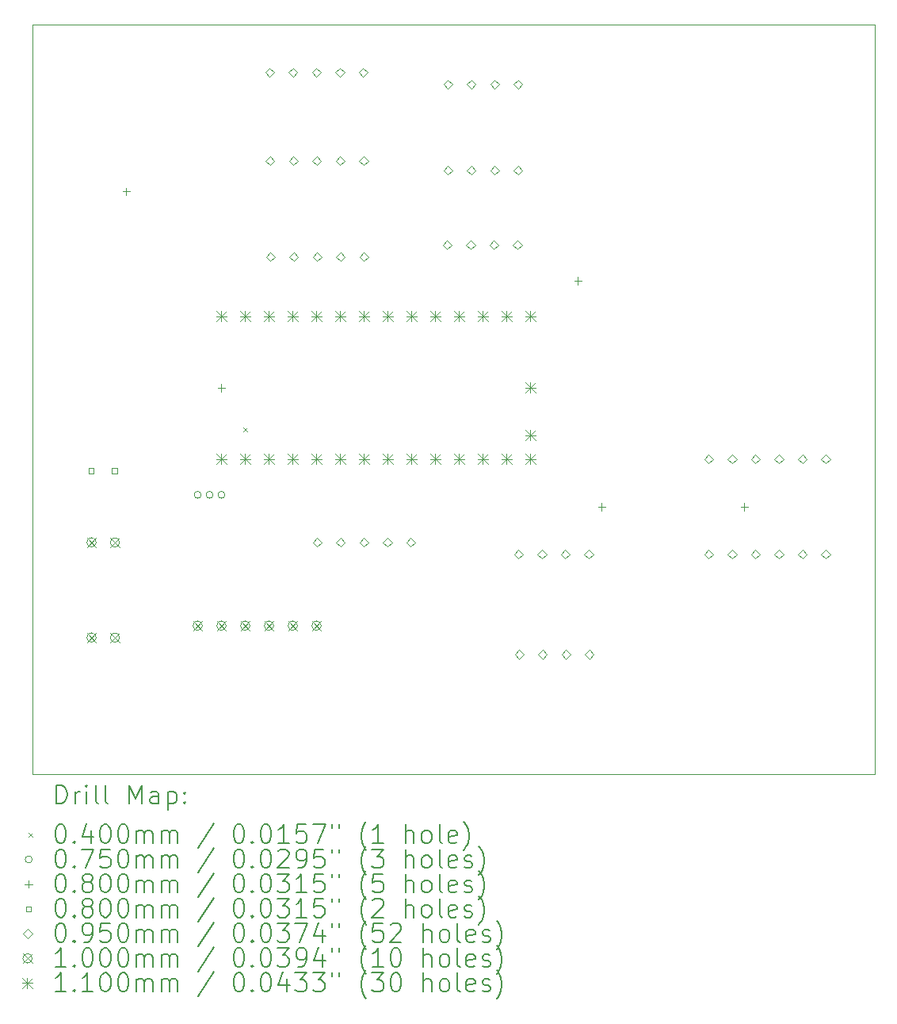
<source format=gbr>
%TF.GenerationSoftware,KiCad,Pcbnew,6.0.11-2627ca5db0~126~ubuntu20.04.1*%
%TF.CreationDate,2023-03-12T13:33:52+01:00*%
%TF.ProjectId,Bobbycar_wiring,426f6262-7963-4617-925f-776972696e67,rev?*%
%TF.SameCoordinates,Original*%
%TF.FileFunction,Drillmap*%
%TF.FilePolarity,Positive*%
%FSLAX45Y45*%
G04 Gerber Fmt 4.5, Leading zero omitted, Abs format (unit mm)*
G04 Created by KiCad (PCBNEW 6.0.11-2627ca5db0~126~ubuntu20.04.1) date 2023-03-12 13:33:52*
%MOMM*%
%LPD*%
G01*
G04 APERTURE LIST*
%ADD10C,0.100000*%
%ADD11C,0.200000*%
%ADD12C,0.040000*%
%ADD13C,0.075000*%
%ADD14C,0.080000*%
%ADD15C,0.095000*%
%ADD16C,0.110000*%
G04 APERTURE END LIST*
D10*
X7000000Y-4000000D02*
X16000000Y-4000000D01*
X16000000Y-4000000D02*
X16000000Y-12000000D01*
X16000000Y-12000000D02*
X7000000Y-12000000D01*
X7000000Y-12000000D02*
X7000000Y-4000000D01*
D11*
D12*
X9251000Y-8298500D02*
X9291000Y-8338500D01*
X9291000Y-8298500D02*
X9251000Y-8338500D01*
D13*
X8800500Y-9017000D02*
G75*
G03*
X8800500Y-9017000I-37500J0D01*
G01*
X8927500Y-9017000D02*
G75*
G03*
X8927500Y-9017000I-37500J0D01*
G01*
X9054500Y-9017000D02*
G75*
G03*
X9054500Y-9017000I-37500J0D01*
G01*
D14*
X8001000Y-5738500D02*
X8001000Y-5818500D01*
X7961000Y-5778500D02*
X8041000Y-5778500D01*
X9017000Y-7834000D02*
X9017000Y-7914000D01*
X8977000Y-7874000D02*
X9057000Y-7874000D01*
X12827000Y-6691000D02*
X12827000Y-6771000D01*
X12787000Y-6731000D02*
X12867000Y-6731000D01*
X13081000Y-9104000D02*
X13081000Y-9184000D01*
X13041000Y-9144000D02*
X13121000Y-9144000D01*
X14605000Y-9104000D02*
X14605000Y-9184000D01*
X14565000Y-9144000D02*
X14645000Y-9144000D01*
X7652284Y-8791285D02*
X7652284Y-8734716D01*
X7595715Y-8734716D01*
X7595715Y-8791285D01*
X7652284Y-8791285D01*
X7902284Y-8791285D02*
X7902284Y-8734716D01*
X7845715Y-8734716D01*
X7845715Y-8791285D01*
X7902284Y-8791285D01*
D15*
X9533000Y-4556300D02*
X9580500Y-4508800D01*
X9533000Y-4461300D01*
X9485500Y-4508800D01*
X9533000Y-4556300D01*
X9537000Y-5497800D02*
X9584500Y-5450300D01*
X9537000Y-5402800D01*
X9489500Y-5450300D01*
X9537000Y-5497800D01*
X9541000Y-6524500D02*
X9588500Y-6477000D01*
X9541000Y-6429500D01*
X9493500Y-6477000D01*
X9541000Y-6524500D01*
X9783000Y-4556300D02*
X9830500Y-4508800D01*
X9783000Y-4461300D01*
X9735500Y-4508800D01*
X9783000Y-4556300D01*
X9787000Y-5497800D02*
X9834500Y-5450300D01*
X9787000Y-5402800D01*
X9739500Y-5450300D01*
X9787000Y-5497800D01*
X9791000Y-6524500D02*
X9838500Y-6477000D01*
X9791000Y-6429500D01*
X9743500Y-6477000D01*
X9791000Y-6524500D01*
X10033000Y-4556300D02*
X10080500Y-4508800D01*
X10033000Y-4461300D01*
X9985500Y-4508800D01*
X10033000Y-4556300D01*
X10037000Y-5497800D02*
X10084500Y-5450300D01*
X10037000Y-5402800D01*
X9989500Y-5450300D01*
X10037000Y-5497800D01*
X10041000Y-6524500D02*
X10088500Y-6477000D01*
X10041000Y-6429500D01*
X9993500Y-6477000D01*
X10041000Y-6524500D01*
X10041000Y-9572500D02*
X10088500Y-9525000D01*
X10041000Y-9477500D01*
X9993500Y-9525000D01*
X10041000Y-9572500D01*
X10283000Y-4556300D02*
X10330500Y-4508800D01*
X10283000Y-4461300D01*
X10235500Y-4508800D01*
X10283000Y-4556300D01*
X10287000Y-5497800D02*
X10334500Y-5450300D01*
X10287000Y-5402800D01*
X10239500Y-5450300D01*
X10287000Y-5497800D01*
X10291000Y-6524500D02*
X10338500Y-6477000D01*
X10291000Y-6429500D01*
X10243500Y-6477000D01*
X10291000Y-6524500D01*
X10291000Y-9572500D02*
X10338500Y-9525000D01*
X10291000Y-9477500D01*
X10243500Y-9525000D01*
X10291000Y-9572500D01*
X10533000Y-4556300D02*
X10580500Y-4508800D01*
X10533000Y-4461300D01*
X10485500Y-4508800D01*
X10533000Y-4556300D01*
X10537000Y-5497800D02*
X10584500Y-5450300D01*
X10537000Y-5402800D01*
X10489500Y-5450300D01*
X10537000Y-5497800D01*
X10541000Y-6524500D02*
X10588500Y-6477000D01*
X10541000Y-6429500D01*
X10493500Y-6477000D01*
X10541000Y-6524500D01*
X10541000Y-9572500D02*
X10588500Y-9525000D01*
X10541000Y-9477500D01*
X10493500Y-9525000D01*
X10541000Y-9572500D01*
X10791000Y-9572500D02*
X10838500Y-9525000D01*
X10791000Y-9477500D01*
X10743500Y-9525000D01*
X10791000Y-9572500D01*
X11041000Y-9572500D02*
X11088500Y-9525000D01*
X11041000Y-9477500D01*
X10993500Y-9525000D01*
X11041000Y-9572500D01*
X11430000Y-6397500D02*
X11477500Y-6350000D01*
X11430000Y-6302500D01*
X11382500Y-6350000D01*
X11430000Y-6397500D01*
X11436000Y-4683000D02*
X11483500Y-4635500D01*
X11436000Y-4588000D01*
X11388500Y-4635500D01*
X11436000Y-4683000D01*
X11436000Y-5601100D02*
X11483500Y-5553600D01*
X11436000Y-5506100D01*
X11388500Y-5553600D01*
X11436000Y-5601100D01*
X11680000Y-6397500D02*
X11727500Y-6350000D01*
X11680000Y-6302500D01*
X11632500Y-6350000D01*
X11680000Y-6397500D01*
X11686000Y-4683000D02*
X11733500Y-4635500D01*
X11686000Y-4588000D01*
X11638500Y-4635500D01*
X11686000Y-4683000D01*
X11686000Y-5601100D02*
X11733500Y-5553600D01*
X11686000Y-5506100D01*
X11638500Y-5553600D01*
X11686000Y-5601100D01*
X11930000Y-6397500D02*
X11977500Y-6350000D01*
X11930000Y-6302500D01*
X11882500Y-6350000D01*
X11930000Y-6397500D01*
X11936000Y-4683000D02*
X11983500Y-4635500D01*
X11936000Y-4588000D01*
X11888500Y-4635500D01*
X11936000Y-4683000D01*
X11936000Y-5601100D02*
X11983500Y-5553600D01*
X11936000Y-5506100D01*
X11888500Y-5553600D01*
X11936000Y-5601100D01*
X12180000Y-6397500D02*
X12227500Y-6350000D01*
X12180000Y-6302500D01*
X12132500Y-6350000D01*
X12180000Y-6397500D01*
X12186000Y-4683000D02*
X12233500Y-4635500D01*
X12186000Y-4588000D01*
X12138500Y-4635500D01*
X12186000Y-4683000D01*
X12186000Y-5601100D02*
X12233500Y-5553600D01*
X12186000Y-5506100D01*
X12138500Y-5553600D01*
X12186000Y-5601100D01*
X12192000Y-9699500D02*
X12239500Y-9652000D01*
X12192000Y-9604500D01*
X12144500Y-9652000D01*
X12192000Y-9699500D01*
X12198000Y-10768000D02*
X12245500Y-10720500D01*
X12198000Y-10673000D01*
X12150500Y-10720500D01*
X12198000Y-10768000D01*
X12442000Y-9699500D02*
X12489500Y-9652000D01*
X12442000Y-9604500D01*
X12394500Y-9652000D01*
X12442000Y-9699500D01*
X12448000Y-10768000D02*
X12495500Y-10720500D01*
X12448000Y-10673000D01*
X12400500Y-10720500D01*
X12448000Y-10768000D01*
X12692000Y-9699500D02*
X12739500Y-9652000D01*
X12692000Y-9604500D01*
X12644500Y-9652000D01*
X12692000Y-9699500D01*
X12698000Y-10768000D02*
X12745500Y-10720500D01*
X12698000Y-10673000D01*
X12650500Y-10720500D01*
X12698000Y-10768000D01*
X12942000Y-9699500D02*
X12989500Y-9652000D01*
X12942000Y-9604500D01*
X12894500Y-9652000D01*
X12942000Y-9699500D01*
X12948000Y-10768000D02*
X12995500Y-10720500D01*
X12948000Y-10673000D01*
X12900500Y-10720500D01*
X12948000Y-10768000D01*
X14224000Y-8683500D02*
X14271500Y-8636000D01*
X14224000Y-8588500D01*
X14176500Y-8636000D01*
X14224000Y-8683500D01*
X14224000Y-9699500D02*
X14271500Y-9652000D01*
X14224000Y-9604500D01*
X14176500Y-9652000D01*
X14224000Y-9699500D01*
X14474000Y-8683500D02*
X14521500Y-8636000D01*
X14474000Y-8588500D01*
X14426500Y-8636000D01*
X14474000Y-8683500D01*
X14474000Y-9699500D02*
X14521500Y-9652000D01*
X14474000Y-9604500D01*
X14426500Y-9652000D01*
X14474000Y-9699500D01*
X14724000Y-8683500D02*
X14771500Y-8636000D01*
X14724000Y-8588500D01*
X14676500Y-8636000D01*
X14724000Y-8683500D01*
X14724000Y-9699500D02*
X14771500Y-9652000D01*
X14724000Y-9604500D01*
X14676500Y-9652000D01*
X14724000Y-9699500D01*
X14974000Y-8683500D02*
X15021500Y-8636000D01*
X14974000Y-8588500D01*
X14926500Y-8636000D01*
X14974000Y-8683500D01*
X14974000Y-9699500D02*
X15021500Y-9652000D01*
X14974000Y-9604500D01*
X14926500Y-9652000D01*
X14974000Y-9699500D01*
X15224000Y-8683500D02*
X15271500Y-8636000D01*
X15224000Y-8588500D01*
X15176500Y-8636000D01*
X15224000Y-8683500D01*
X15224000Y-9699500D02*
X15271500Y-9652000D01*
X15224000Y-9604500D01*
X15176500Y-9652000D01*
X15224000Y-9699500D01*
X15474000Y-8683500D02*
X15521500Y-8636000D01*
X15474000Y-8588500D01*
X15426500Y-8636000D01*
X15474000Y-8683500D01*
X15474000Y-9699500D02*
X15521500Y-9652000D01*
X15474000Y-9604500D01*
X15426500Y-9652000D01*
X15474000Y-9699500D01*
D10*
X7579000Y-9475000D02*
X7679000Y-9575000D01*
X7679000Y-9475000D02*
X7579000Y-9575000D01*
X7679000Y-9525000D02*
G75*
G03*
X7679000Y-9525000I-50000J0D01*
G01*
X7579000Y-10491000D02*
X7679000Y-10591000D01*
X7679000Y-10491000D02*
X7579000Y-10591000D01*
X7679000Y-10541000D02*
G75*
G03*
X7679000Y-10541000I-50000J0D01*
G01*
X7829000Y-9475000D02*
X7929000Y-9575000D01*
X7929000Y-9475000D02*
X7829000Y-9575000D01*
X7929000Y-9525000D02*
G75*
G03*
X7929000Y-9525000I-50000J0D01*
G01*
X7829000Y-10491000D02*
X7929000Y-10591000D01*
X7929000Y-10491000D02*
X7829000Y-10591000D01*
X7929000Y-10541000D02*
G75*
G03*
X7929000Y-10541000I-50000J0D01*
G01*
X8713000Y-10364000D02*
X8813000Y-10464000D01*
X8813000Y-10364000D02*
X8713000Y-10464000D01*
X8813000Y-10414000D02*
G75*
G03*
X8813000Y-10414000I-50000J0D01*
G01*
X8967000Y-10364000D02*
X9067000Y-10464000D01*
X9067000Y-10364000D02*
X8967000Y-10464000D01*
X9067000Y-10414000D02*
G75*
G03*
X9067000Y-10414000I-50000J0D01*
G01*
X9221000Y-10364000D02*
X9321000Y-10464000D01*
X9321000Y-10364000D02*
X9221000Y-10464000D01*
X9321000Y-10414000D02*
G75*
G03*
X9321000Y-10414000I-50000J0D01*
G01*
X9475000Y-10364000D02*
X9575000Y-10464000D01*
X9575000Y-10364000D02*
X9475000Y-10464000D01*
X9575000Y-10414000D02*
G75*
G03*
X9575000Y-10414000I-50000J0D01*
G01*
X9729000Y-10364000D02*
X9829000Y-10464000D01*
X9829000Y-10364000D02*
X9729000Y-10464000D01*
X9829000Y-10414000D02*
G75*
G03*
X9829000Y-10414000I-50000J0D01*
G01*
X9983000Y-10364000D02*
X10083000Y-10464000D01*
X10083000Y-10364000D02*
X9983000Y-10464000D01*
X10083000Y-10414000D02*
G75*
G03*
X10083000Y-10414000I-50000J0D01*
G01*
D16*
X8962000Y-7057000D02*
X9072000Y-7167000D01*
X9072000Y-7057000D02*
X8962000Y-7167000D01*
X9017000Y-7057000D02*
X9017000Y-7167000D01*
X8962000Y-7112000D02*
X9072000Y-7112000D01*
X8962000Y-8581000D02*
X9072000Y-8691000D01*
X9072000Y-8581000D02*
X8962000Y-8691000D01*
X9017000Y-8581000D02*
X9017000Y-8691000D01*
X8962000Y-8636000D02*
X9072000Y-8636000D01*
X9216000Y-7057000D02*
X9326000Y-7167000D01*
X9326000Y-7057000D02*
X9216000Y-7167000D01*
X9271000Y-7057000D02*
X9271000Y-7167000D01*
X9216000Y-7112000D02*
X9326000Y-7112000D01*
X9216000Y-8581000D02*
X9326000Y-8691000D01*
X9326000Y-8581000D02*
X9216000Y-8691000D01*
X9271000Y-8581000D02*
X9271000Y-8691000D01*
X9216000Y-8636000D02*
X9326000Y-8636000D01*
X9470000Y-7057000D02*
X9580000Y-7167000D01*
X9580000Y-7057000D02*
X9470000Y-7167000D01*
X9525000Y-7057000D02*
X9525000Y-7167000D01*
X9470000Y-7112000D02*
X9580000Y-7112000D01*
X9470000Y-8581000D02*
X9580000Y-8691000D01*
X9580000Y-8581000D02*
X9470000Y-8691000D01*
X9525000Y-8581000D02*
X9525000Y-8691000D01*
X9470000Y-8636000D02*
X9580000Y-8636000D01*
X9724000Y-7057000D02*
X9834000Y-7167000D01*
X9834000Y-7057000D02*
X9724000Y-7167000D01*
X9779000Y-7057000D02*
X9779000Y-7167000D01*
X9724000Y-7112000D02*
X9834000Y-7112000D01*
X9724000Y-8581000D02*
X9834000Y-8691000D01*
X9834000Y-8581000D02*
X9724000Y-8691000D01*
X9779000Y-8581000D02*
X9779000Y-8691000D01*
X9724000Y-8636000D02*
X9834000Y-8636000D01*
X9978000Y-7057000D02*
X10088000Y-7167000D01*
X10088000Y-7057000D02*
X9978000Y-7167000D01*
X10033000Y-7057000D02*
X10033000Y-7167000D01*
X9978000Y-7112000D02*
X10088000Y-7112000D01*
X9978000Y-8581000D02*
X10088000Y-8691000D01*
X10088000Y-8581000D02*
X9978000Y-8691000D01*
X10033000Y-8581000D02*
X10033000Y-8691000D01*
X9978000Y-8636000D02*
X10088000Y-8636000D01*
X10232000Y-7057000D02*
X10342000Y-7167000D01*
X10342000Y-7057000D02*
X10232000Y-7167000D01*
X10287000Y-7057000D02*
X10287000Y-7167000D01*
X10232000Y-7112000D02*
X10342000Y-7112000D01*
X10232000Y-8581000D02*
X10342000Y-8691000D01*
X10342000Y-8581000D02*
X10232000Y-8691000D01*
X10287000Y-8581000D02*
X10287000Y-8691000D01*
X10232000Y-8636000D02*
X10342000Y-8636000D01*
X10486000Y-7057000D02*
X10596000Y-7167000D01*
X10596000Y-7057000D02*
X10486000Y-7167000D01*
X10541000Y-7057000D02*
X10541000Y-7167000D01*
X10486000Y-7112000D02*
X10596000Y-7112000D01*
X10486000Y-8581000D02*
X10596000Y-8691000D01*
X10596000Y-8581000D02*
X10486000Y-8691000D01*
X10541000Y-8581000D02*
X10541000Y-8691000D01*
X10486000Y-8636000D02*
X10596000Y-8636000D01*
X10740000Y-7057000D02*
X10850000Y-7167000D01*
X10850000Y-7057000D02*
X10740000Y-7167000D01*
X10795000Y-7057000D02*
X10795000Y-7167000D01*
X10740000Y-7112000D02*
X10850000Y-7112000D01*
X10740000Y-8581000D02*
X10850000Y-8691000D01*
X10850000Y-8581000D02*
X10740000Y-8691000D01*
X10795000Y-8581000D02*
X10795000Y-8691000D01*
X10740000Y-8636000D02*
X10850000Y-8636000D01*
X10994000Y-7057000D02*
X11104000Y-7167000D01*
X11104000Y-7057000D02*
X10994000Y-7167000D01*
X11049000Y-7057000D02*
X11049000Y-7167000D01*
X10994000Y-7112000D02*
X11104000Y-7112000D01*
X10994000Y-8581000D02*
X11104000Y-8691000D01*
X11104000Y-8581000D02*
X10994000Y-8691000D01*
X11049000Y-8581000D02*
X11049000Y-8691000D01*
X10994000Y-8636000D02*
X11104000Y-8636000D01*
X11248000Y-7057000D02*
X11358000Y-7167000D01*
X11358000Y-7057000D02*
X11248000Y-7167000D01*
X11303000Y-7057000D02*
X11303000Y-7167000D01*
X11248000Y-7112000D02*
X11358000Y-7112000D01*
X11248000Y-8581000D02*
X11358000Y-8691000D01*
X11358000Y-8581000D02*
X11248000Y-8691000D01*
X11303000Y-8581000D02*
X11303000Y-8691000D01*
X11248000Y-8636000D02*
X11358000Y-8636000D01*
X11502000Y-7057000D02*
X11612000Y-7167000D01*
X11612000Y-7057000D02*
X11502000Y-7167000D01*
X11557000Y-7057000D02*
X11557000Y-7167000D01*
X11502000Y-7112000D02*
X11612000Y-7112000D01*
X11502000Y-8581000D02*
X11612000Y-8691000D01*
X11612000Y-8581000D02*
X11502000Y-8691000D01*
X11557000Y-8581000D02*
X11557000Y-8691000D01*
X11502000Y-8636000D02*
X11612000Y-8636000D01*
X11756000Y-7057000D02*
X11866000Y-7167000D01*
X11866000Y-7057000D02*
X11756000Y-7167000D01*
X11811000Y-7057000D02*
X11811000Y-7167000D01*
X11756000Y-7112000D02*
X11866000Y-7112000D01*
X11756000Y-8581000D02*
X11866000Y-8691000D01*
X11866000Y-8581000D02*
X11756000Y-8691000D01*
X11811000Y-8581000D02*
X11811000Y-8691000D01*
X11756000Y-8636000D02*
X11866000Y-8636000D01*
X12010000Y-7057000D02*
X12120000Y-7167000D01*
X12120000Y-7057000D02*
X12010000Y-7167000D01*
X12065000Y-7057000D02*
X12065000Y-7167000D01*
X12010000Y-7112000D02*
X12120000Y-7112000D01*
X12010000Y-8581000D02*
X12120000Y-8691000D01*
X12120000Y-8581000D02*
X12010000Y-8691000D01*
X12065000Y-8581000D02*
X12065000Y-8691000D01*
X12010000Y-8636000D02*
X12120000Y-8636000D01*
X12264000Y-7057000D02*
X12374000Y-7167000D01*
X12374000Y-7057000D02*
X12264000Y-7167000D01*
X12319000Y-7057000D02*
X12319000Y-7167000D01*
X12264000Y-7112000D02*
X12374000Y-7112000D01*
X12264000Y-7819000D02*
X12374000Y-7929000D01*
X12374000Y-7819000D02*
X12264000Y-7929000D01*
X12319000Y-7819000D02*
X12319000Y-7929000D01*
X12264000Y-7874000D02*
X12374000Y-7874000D01*
X12264000Y-8327000D02*
X12374000Y-8437000D01*
X12374000Y-8327000D02*
X12264000Y-8437000D01*
X12319000Y-8327000D02*
X12319000Y-8437000D01*
X12264000Y-8382000D02*
X12374000Y-8382000D01*
X12264000Y-8581000D02*
X12374000Y-8691000D01*
X12374000Y-8581000D02*
X12264000Y-8691000D01*
X12319000Y-8581000D02*
X12319000Y-8691000D01*
X12264000Y-8636000D02*
X12374000Y-8636000D01*
D11*
X7252619Y-12315476D02*
X7252619Y-12115476D01*
X7300238Y-12115476D01*
X7328809Y-12125000D01*
X7347857Y-12144048D01*
X7357381Y-12163095D01*
X7366905Y-12201190D01*
X7366905Y-12229762D01*
X7357381Y-12267857D01*
X7347857Y-12286905D01*
X7328809Y-12305952D01*
X7300238Y-12315476D01*
X7252619Y-12315476D01*
X7452619Y-12315476D02*
X7452619Y-12182143D01*
X7452619Y-12220238D02*
X7462143Y-12201190D01*
X7471667Y-12191667D01*
X7490714Y-12182143D01*
X7509762Y-12182143D01*
X7576428Y-12315476D02*
X7576428Y-12182143D01*
X7576428Y-12115476D02*
X7566905Y-12125000D01*
X7576428Y-12134524D01*
X7585952Y-12125000D01*
X7576428Y-12115476D01*
X7576428Y-12134524D01*
X7700238Y-12315476D02*
X7681190Y-12305952D01*
X7671667Y-12286905D01*
X7671667Y-12115476D01*
X7805000Y-12315476D02*
X7785952Y-12305952D01*
X7776428Y-12286905D01*
X7776428Y-12115476D01*
X8033571Y-12315476D02*
X8033571Y-12115476D01*
X8100238Y-12258333D01*
X8166905Y-12115476D01*
X8166905Y-12315476D01*
X8347857Y-12315476D02*
X8347857Y-12210714D01*
X8338333Y-12191667D01*
X8319286Y-12182143D01*
X8281190Y-12182143D01*
X8262143Y-12191667D01*
X8347857Y-12305952D02*
X8328809Y-12315476D01*
X8281190Y-12315476D01*
X8262143Y-12305952D01*
X8252619Y-12286905D01*
X8252619Y-12267857D01*
X8262143Y-12248809D01*
X8281190Y-12239286D01*
X8328809Y-12239286D01*
X8347857Y-12229762D01*
X8443095Y-12182143D02*
X8443095Y-12382143D01*
X8443095Y-12191667D02*
X8462143Y-12182143D01*
X8500238Y-12182143D01*
X8519286Y-12191667D01*
X8528810Y-12201190D01*
X8538333Y-12220238D01*
X8538333Y-12277381D01*
X8528810Y-12296428D01*
X8519286Y-12305952D01*
X8500238Y-12315476D01*
X8462143Y-12315476D01*
X8443095Y-12305952D01*
X8624048Y-12296428D02*
X8633571Y-12305952D01*
X8624048Y-12315476D01*
X8614524Y-12305952D01*
X8624048Y-12296428D01*
X8624048Y-12315476D01*
X8624048Y-12191667D02*
X8633571Y-12201190D01*
X8624048Y-12210714D01*
X8614524Y-12201190D01*
X8624048Y-12191667D01*
X8624048Y-12210714D01*
D12*
X6955000Y-12625000D02*
X6995000Y-12665000D01*
X6995000Y-12625000D02*
X6955000Y-12665000D01*
D11*
X7290714Y-12535476D02*
X7309762Y-12535476D01*
X7328809Y-12545000D01*
X7338333Y-12554524D01*
X7347857Y-12573571D01*
X7357381Y-12611667D01*
X7357381Y-12659286D01*
X7347857Y-12697381D01*
X7338333Y-12716428D01*
X7328809Y-12725952D01*
X7309762Y-12735476D01*
X7290714Y-12735476D01*
X7271667Y-12725952D01*
X7262143Y-12716428D01*
X7252619Y-12697381D01*
X7243095Y-12659286D01*
X7243095Y-12611667D01*
X7252619Y-12573571D01*
X7262143Y-12554524D01*
X7271667Y-12545000D01*
X7290714Y-12535476D01*
X7443095Y-12716428D02*
X7452619Y-12725952D01*
X7443095Y-12735476D01*
X7433571Y-12725952D01*
X7443095Y-12716428D01*
X7443095Y-12735476D01*
X7624048Y-12602143D02*
X7624048Y-12735476D01*
X7576428Y-12525952D02*
X7528809Y-12668809D01*
X7652619Y-12668809D01*
X7766905Y-12535476D02*
X7785952Y-12535476D01*
X7805000Y-12545000D01*
X7814524Y-12554524D01*
X7824048Y-12573571D01*
X7833571Y-12611667D01*
X7833571Y-12659286D01*
X7824048Y-12697381D01*
X7814524Y-12716428D01*
X7805000Y-12725952D01*
X7785952Y-12735476D01*
X7766905Y-12735476D01*
X7747857Y-12725952D01*
X7738333Y-12716428D01*
X7728809Y-12697381D01*
X7719286Y-12659286D01*
X7719286Y-12611667D01*
X7728809Y-12573571D01*
X7738333Y-12554524D01*
X7747857Y-12545000D01*
X7766905Y-12535476D01*
X7957381Y-12535476D02*
X7976428Y-12535476D01*
X7995476Y-12545000D01*
X8005000Y-12554524D01*
X8014524Y-12573571D01*
X8024048Y-12611667D01*
X8024048Y-12659286D01*
X8014524Y-12697381D01*
X8005000Y-12716428D01*
X7995476Y-12725952D01*
X7976428Y-12735476D01*
X7957381Y-12735476D01*
X7938333Y-12725952D01*
X7928809Y-12716428D01*
X7919286Y-12697381D01*
X7909762Y-12659286D01*
X7909762Y-12611667D01*
X7919286Y-12573571D01*
X7928809Y-12554524D01*
X7938333Y-12545000D01*
X7957381Y-12535476D01*
X8109762Y-12735476D02*
X8109762Y-12602143D01*
X8109762Y-12621190D02*
X8119286Y-12611667D01*
X8138333Y-12602143D01*
X8166905Y-12602143D01*
X8185952Y-12611667D01*
X8195476Y-12630714D01*
X8195476Y-12735476D01*
X8195476Y-12630714D02*
X8205000Y-12611667D01*
X8224048Y-12602143D01*
X8252619Y-12602143D01*
X8271667Y-12611667D01*
X8281190Y-12630714D01*
X8281190Y-12735476D01*
X8376428Y-12735476D02*
X8376428Y-12602143D01*
X8376428Y-12621190D02*
X8385952Y-12611667D01*
X8405000Y-12602143D01*
X8433571Y-12602143D01*
X8452619Y-12611667D01*
X8462143Y-12630714D01*
X8462143Y-12735476D01*
X8462143Y-12630714D02*
X8471667Y-12611667D01*
X8490714Y-12602143D01*
X8519286Y-12602143D01*
X8538333Y-12611667D01*
X8547857Y-12630714D01*
X8547857Y-12735476D01*
X8938333Y-12525952D02*
X8766905Y-12783095D01*
X9195476Y-12535476D02*
X9214524Y-12535476D01*
X9233571Y-12545000D01*
X9243095Y-12554524D01*
X9252619Y-12573571D01*
X9262143Y-12611667D01*
X9262143Y-12659286D01*
X9252619Y-12697381D01*
X9243095Y-12716428D01*
X9233571Y-12725952D01*
X9214524Y-12735476D01*
X9195476Y-12735476D01*
X9176429Y-12725952D01*
X9166905Y-12716428D01*
X9157381Y-12697381D01*
X9147857Y-12659286D01*
X9147857Y-12611667D01*
X9157381Y-12573571D01*
X9166905Y-12554524D01*
X9176429Y-12545000D01*
X9195476Y-12535476D01*
X9347857Y-12716428D02*
X9357381Y-12725952D01*
X9347857Y-12735476D01*
X9338333Y-12725952D01*
X9347857Y-12716428D01*
X9347857Y-12735476D01*
X9481190Y-12535476D02*
X9500238Y-12535476D01*
X9519286Y-12545000D01*
X9528810Y-12554524D01*
X9538333Y-12573571D01*
X9547857Y-12611667D01*
X9547857Y-12659286D01*
X9538333Y-12697381D01*
X9528810Y-12716428D01*
X9519286Y-12725952D01*
X9500238Y-12735476D01*
X9481190Y-12735476D01*
X9462143Y-12725952D01*
X9452619Y-12716428D01*
X9443095Y-12697381D01*
X9433571Y-12659286D01*
X9433571Y-12611667D01*
X9443095Y-12573571D01*
X9452619Y-12554524D01*
X9462143Y-12545000D01*
X9481190Y-12535476D01*
X9738333Y-12735476D02*
X9624048Y-12735476D01*
X9681190Y-12735476D02*
X9681190Y-12535476D01*
X9662143Y-12564048D01*
X9643095Y-12583095D01*
X9624048Y-12592619D01*
X9919286Y-12535476D02*
X9824048Y-12535476D01*
X9814524Y-12630714D01*
X9824048Y-12621190D01*
X9843095Y-12611667D01*
X9890714Y-12611667D01*
X9909762Y-12621190D01*
X9919286Y-12630714D01*
X9928810Y-12649762D01*
X9928810Y-12697381D01*
X9919286Y-12716428D01*
X9909762Y-12725952D01*
X9890714Y-12735476D01*
X9843095Y-12735476D01*
X9824048Y-12725952D01*
X9814524Y-12716428D01*
X9995476Y-12535476D02*
X10128810Y-12535476D01*
X10043095Y-12735476D01*
X10195476Y-12535476D02*
X10195476Y-12573571D01*
X10271667Y-12535476D02*
X10271667Y-12573571D01*
X10566905Y-12811667D02*
X10557381Y-12802143D01*
X10538333Y-12773571D01*
X10528810Y-12754524D01*
X10519286Y-12725952D01*
X10509762Y-12678333D01*
X10509762Y-12640238D01*
X10519286Y-12592619D01*
X10528810Y-12564048D01*
X10538333Y-12545000D01*
X10557381Y-12516428D01*
X10566905Y-12506905D01*
X10747857Y-12735476D02*
X10633571Y-12735476D01*
X10690714Y-12735476D02*
X10690714Y-12535476D01*
X10671667Y-12564048D01*
X10652619Y-12583095D01*
X10633571Y-12592619D01*
X10985952Y-12735476D02*
X10985952Y-12535476D01*
X11071667Y-12735476D02*
X11071667Y-12630714D01*
X11062143Y-12611667D01*
X11043095Y-12602143D01*
X11014524Y-12602143D01*
X10995476Y-12611667D01*
X10985952Y-12621190D01*
X11195476Y-12735476D02*
X11176429Y-12725952D01*
X11166905Y-12716428D01*
X11157381Y-12697381D01*
X11157381Y-12640238D01*
X11166905Y-12621190D01*
X11176429Y-12611667D01*
X11195476Y-12602143D01*
X11224048Y-12602143D01*
X11243095Y-12611667D01*
X11252619Y-12621190D01*
X11262143Y-12640238D01*
X11262143Y-12697381D01*
X11252619Y-12716428D01*
X11243095Y-12725952D01*
X11224048Y-12735476D01*
X11195476Y-12735476D01*
X11376428Y-12735476D02*
X11357381Y-12725952D01*
X11347857Y-12706905D01*
X11347857Y-12535476D01*
X11528809Y-12725952D02*
X11509762Y-12735476D01*
X11471667Y-12735476D01*
X11452619Y-12725952D01*
X11443095Y-12706905D01*
X11443095Y-12630714D01*
X11452619Y-12611667D01*
X11471667Y-12602143D01*
X11509762Y-12602143D01*
X11528809Y-12611667D01*
X11538333Y-12630714D01*
X11538333Y-12649762D01*
X11443095Y-12668809D01*
X11605000Y-12811667D02*
X11614524Y-12802143D01*
X11633571Y-12773571D01*
X11643095Y-12754524D01*
X11652619Y-12725952D01*
X11662143Y-12678333D01*
X11662143Y-12640238D01*
X11652619Y-12592619D01*
X11643095Y-12564048D01*
X11633571Y-12545000D01*
X11614524Y-12516428D01*
X11605000Y-12506905D01*
D13*
X6995000Y-12909000D02*
G75*
G03*
X6995000Y-12909000I-37500J0D01*
G01*
D11*
X7290714Y-12799476D02*
X7309762Y-12799476D01*
X7328809Y-12809000D01*
X7338333Y-12818524D01*
X7347857Y-12837571D01*
X7357381Y-12875667D01*
X7357381Y-12923286D01*
X7347857Y-12961381D01*
X7338333Y-12980428D01*
X7328809Y-12989952D01*
X7309762Y-12999476D01*
X7290714Y-12999476D01*
X7271667Y-12989952D01*
X7262143Y-12980428D01*
X7252619Y-12961381D01*
X7243095Y-12923286D01*
X7243095Y-12875667D01*
X7252619Y-12837571D01*
X7262143Y-12818524D01*
X7271667Y-12809000D01*
X7290714Y-12799476D01*
X7443095Y-12980428D02*
X7452619Y-12989952D01*
X7443095Y-12999476D01*
X7433571Y-12989952D01*
X7443095Y-12980428D01*
X7443095Y-12999476D01*
X7519286Y-12799476D02*
X7652619Y-12799476D01*
X7566905Y-12999476D01*
X7824048Y-12799476D02*
X7728809Y-12799476D01*
X7719286Y-12894714D01*
X7728809Y-12885190D01*
X7747857Y-12875667D01*
X7795476Y-12875667D01*
X7814524Y-12885190D01*
X7824048Y-12894714D01*
X7833571Y-12913762D01*
X7833571Y-12961381D01*
X7824048Y-12980428D01*
X7814524Y-12989952D01*
X7795476Y-12999476D01*
X7747857Y-12999476D01*
X7728809Y-12989952D01*
X7719286Y-12980428D01*
X7957381Y-12799476D02*
X7976428Y-12799476D01*
X7995476Y-12809000D01*
X8005000Y-12818524D01*
X8014524Y-12837571D01*
X8024048Y-12875667D01*
X8024048Y-12923286D01*
X8014524Y-12961381D01*
X8005000Y-12980428D01*
X7995476Y-12989952D01*
X7976428Y-12999476D01*
X7957381Y-12999476D01*
X7938333Y-12989952D01*
X7928809Y-12980428D01*
X7919286Y-12961381D01*
X7909762Y-12923286D01*
X7909762Y-12875667D01*
X7919286Y-12837571D01*
X7928809Y-12818524D01*
X7938333Y-12809000D01*
X7957381Y-12799476D01*
X8109762Y-12999476D02*
X8109762Y-12866143D01*
X8109762Y-12885190D02*
X8119286Y-12875667D01*
X8138333Y-12866143D01*
X8166905Y-12866143D01*
X8185952Y-12875667D01*
X8195476Y-12894714D01*
X8195476Y-12999476D01*
X8195476Y-12894714D02*
X8205000Y-12875667D01*
X8224048Y-12866143D01*
X8252619Y-12866143D01*
X8271667Y-12875667D01*
X8281190Y-12894714D01*
X8281190Y-12999476D01*
X8376428Y-12999476D02*
X8376428Y-12866143D01*
X8376428Y-12885190D02*
X8385952Y-12875667D01*
X8405000Y-12866143D01*
X8433571Y-12866143D01*
X8452619Y-12875667D01*
X8462143Y-12894714D01*
X8462143Y-12999476D01*
X8462143Y-12894714D02*
X8471667Y-12875667D01*
X8490714Y-12866143D01*
X8519286Y-12866143D01*
X8538333Y-12875667D01*
X8547857Y-12894714D01*
X8547857Y-12999476D01*
X8938333Y-12789952D02*
X8766905Y-13047095D01*
X9195476Y-12799476D02*
X9214524Y-12799476D01*
X9233571Y-12809000D01*
X9243095Y-12818524D01*
X9252619Y-12837571D01*
X9262143Y-12875667D01*
X9262143Y-12923286D01*
X9252619Y-12961381D01*
X9243095Y-12980428D01*
X9233571Y-12989952D01*
X9214524Y-12999476D01*
X9195476Y-12999476D01*
X9176429Y-12989952D01*
X9166905Y-12980428D01*
X9157381Y-12961381D01*
X9147857Y-12923286D01*
X9147857Y-12875667D01*
X9157381Y-12837571D01*
X9166905Y-12818524D01*
X9176429Y-12809000D01*
X9195476Y-12799476D01*
X9347857Y-12980428D02*
X9357381Y-12989952D01*
X9347857Y-12999476D01*
X9338333Y-12989952D01*
X9347857Y-12980428D01*
X9347857Y-12999476D01*
X9481190Y-12799476D02*
X9500238Y-12799476D01*
X9519286Y-12809000D01*
X9528810Y-12818524D01*
X9538333Y-12837571D01*
X9547857Y-12875667D01*
X9547857Y-12923286D01*
X9538333Y-12961381D01*
X9528810Y-12980428D01*
X9519286Y-12989952D01*
X9500238Y-12999476D01*
X9481190Y-12999476D01*
X9462143Y-12989952D01*
X9452619Y-12980428D01*
X9443095Y-12961381D01*
X9433571Y-12923286D01*
X9433571Y-12875667D01*
X9443095Y-12837571D01*
X9452619Y-12818524D01*
X9462143Y-12809000D01*
X9481190Y-12799476D01*
X9624048Y-12818524D02*
X9633571Y-12809000D01*
X9652619Y-12799476D01*
X9700238Y-12799476D01*
X9719286Y-12809000D01*
X9728810Y-12818524D01*
X9738333Y-12837571D01*
X9738333Y-12856619D01*
X9728810Y-12885190D01*
X9614524Y-12999476D01*
X9738333Y-12999476D01*
X9833571Y-12999476D02*
X9871667Y-12999476D01*
X9890714Y-12989952D01*
X9900238Y-12980428D01*
X9919286Y-12951857D01*
X9928810Y-12913762D01*
X9928810Y-12837571D01*
X9919286Y-12818524D01*
X9909762Y-12809000D01*
X9890714Y-12799476D01*
X9852619Y-12799476D01*
X9833571Y-12809000D01*
X9824048Y-12818524D01*
X9814524Y-12837571D01*
X9814524Y-12885190D01*
X9824048Y-12904238D01*
X9833571Y-12913762D01*
X9852619Y-12923286D01*
X9890714Y-12923286D01*
X9909762Y-12913762D01*
X9919286Y-12904238D01*
X9928810Y-12885190D01*
X10109762Y-12799476D02*
X10014524Y-12799476D01*
X10005000Y-12894714D01*
X10014524Y-12885190D01*
X10033571Y-12875667D01*
X10081190Y-12875667D01*
X10100238Y-12885190D01*
X10109762Y-12894714D01*
X10119286Y-12913762D01*
X10119286Y-12961381D01*
X10109762Y-12980428D01*
X10100238Y-12989952D01*
X10081190Y-12999476D01*
X10033571Y-12999476D01*
X10014524Y-12989952D01*
X10005000Y-12980428D01*
X10195476Y-12799476D02*
X10195476Y-12837571D01*
X10271667Y-12799476D02*
X10271667Y-12837571D01*
X10566905Y-13075667D02*
X10557381Y-13066143D01*
X10538333Y-13037571D01*
X10528810Y-13018524D01*
X10519286Y-12989952D01*
X10509762Y-12942333D01*
X10509762Y-12904238D01*
X10519286Y-12856619D01*
X10528810Y-12828048D01*
X10538333Y-12809000D01*
X10557381Y-12780428D01*
X10566905Y-12770905D01*
X10624048Y-12799476D02*
X10747857Y-12799476D01*
X10681190Y-12875667D01*
X10709762Y-12875667D01*
X10728810Y-12885190D01*
X10738333Y-12894714D01*
X10747857Y-12913762D01*
X10747857Y-12961381D01*
X10738333Y-12980428D01*
X10728810Y-12989952D01*
X10709762Y-12999476D01*
X10652619Y-12999476D01*
X10633571Y-12989952D01*
X10624048Y-12980428D01*
X10985952Y-12999476D02*
X10985952Y-12799476D01*
X11071667Y-12999476D02*
X11071667Y-12894714D01*
X11062143Y-12875667D01*
X11043095Y-12866143D01*
X11014524Y-12866143D01*
X10995476Y-12875667D01*
X10985952Y-12885190D01*
X11195476Y-12999476D02*
X11176429Y-12989952D01*
X11166905Y-12980428D01*
X11157381Y-12961381D01*
X11157381Y-12904238D01*
X11166905Y-12885190D01*
X11176429Y-12875667D01*
X11195476Y-12866143D01*
X11224048Y-12866143D01*
X11243095Y-12875667D01*
X11252619Y-12885190D01*
X11262143Y-12904238D01*
X11262143Y-12961381D01*
X11252619Y-12980428D01*
X11243095Y-12989952D01*
X11224048Y-12999476D01*
X11195476Y-12999476D01*
X11376428Y-12999476D02*
X11357381Y-12989952D01*
X11347857Y-12970905D01*
X11347857Y-12799476D01*
X11528809Y-12989952D02*
X11509762Y-12999476D01*
X11471667Y-12999476D01*
X11452619Y-12989952D01*
X11443095Y-12970905D01*
X11443095Y-12894714D01*
X11452619Y-12875667D01*
X11471667Y-12866143D01*
X11509762Y-12866143D01*
X11528809Y-12875667D01*
X11538333Y-12894714D01*
X11538333Y-12913762D01*
X11443095Y-12932809D01*
X11614524Y-12989952D02*
X11633571Y-12999476D01*
X11671667Y-12999476D01*
X11690714Y-12989952D01*
X11700238Y-12970905D01*
X11700238Y-12961381D01*
X11690714Y-12942333D01*
X11671667Y-12932809D01*
X11643095Y-12932809D01*
X11624048Y-12923286D01*
X11614524Y-12904238D01*
X11614524Y-12894714D01*
X11624048Y-12875667D01*
X11643095Y-12866143D01*
X11671667Y-12866143D01*
X11690714Y-12875667D01*
X11766905Y-13075667D02*
X11776428Y-13066143D01*
X11795476Y-13037571D01*
X11805000Y-13018524D01*
X11814524Y-12989952D01*
X11824048Y-12942333D01*
X11824048Y-12904238D01*
X11814524Y-12856619D01*
X11805000Y-12828048D01*
X11795476Y-12809000D01*
X11776428Y-12780428D01*
X11766905Y-12770905D01*
D14*
X6955000Y-13133000D02*
X6955000Y-13213000D01*
X6915000Y-13173000D02*
X6995000Y-13173000D01*
D11*
X7290714Y-13063476D02*
X7309762Y-13063476D01*
X7328809Y-13073000D01*
X7338333Y-13082524D01*
X7347857Y-13101571D01*
X7357381Y-13139667D01*
X7357381Y-13187286D01*
X7347857Y-13225381D01*
X7338333Y-13244428D01*
X7328809Y-13253952D01*
X7309762Y-13263476D01*
X7290714Y-13263476D01*
X7271667Y-13253952D01*
X7262143Y-13244428D01*
X7252619Y-13225381D01*
X7243095Y-13187286D01*
X7243095Y-13139667D01*
X7252619Y-13101571D01*
X7262143Y-13082524D01*
X7271667Y-13073000D01*
X7290714Y-13063476D01*
X7443095Y-13244428D02*
X7452619Y-13253952D01*
X7443095Y-13263476D01*
X7433571Y-13253952D01*
X7443095Y-13244428D01*
X7443095Y-13263476D01*
X7566905Y-13149190D02*
X7547857Y-13139667D01*
X7538333Y-13130143D01*
X7528809Y-13111095D01*
X7528809Y-13101571D01*
X7538333Y-13082524D01*
X7547857Y-13073000D01*
X7566905Y-13063476D01*
X7605000Y-13063476D01*
X7624048Y-13073000D01*
X7633571Y-13082524D01*
X7643095Y-13101571D01*
X7643095Y-13111095D01*
X7633571Y-13130143D01*
X7624048Y-13139667D01*
X7605000Y-13149190D01*
X7566905Y-13149190D01*
X7547857Y-13158714D01*
X7538333Y-13168238D01*
X7528809Y-13187286D01*
X7528809Y-13225381D01*
X7538333Y-13244428D01*
X7547857Y-13253952D01*
X7566905Y-13263476D01*
X7605000Y-13263476D01*
X7624048Y-13253952D01*
X7633571Y-13244428D01*
X7643095Y-13225381D01*
X7643095Y-13187286D01*
X7633571Y-13168238D01*
X7624048Y-13158714D01*
X7605000Y-13149190D01*
X7766905Y-13063476D02*
X7785952Y-13063476D01*
X7805000Y-13073000D01*
X7814524Y-13082524D01*
X7824048Y-13101571D01*
X7833571Y-13139667D01*
X7833571Y-13187286D01*
X7824048Y-13225381D01*
X7814524Y-13244428D01*
X7805000Y-13253952D01*
X7785952Y-13263476D01*
X7766905Y-13263476D01*
X7747857Y-13253952D01*
X7738333Y-13244428D01*
X7728809Y-13225381D01*
X7719286Y-13187286D01*
X7719286Y-13139667D01*
X7728809Y-13101571D01*
X7738333Y-13082524D01*
X7747857Y-13073000D01*
X7766905Y-13063476D01*
X7957381Y-13063476D02*
X7976428Y-13063476D01*
X7995476Y-13073000D01*
X8005000Y-13082524D01*
X8014524Y-13101571D01*
X8024048Y-13139667D01*
X8024048Y-13187286D01*
X8014524Y-13225381D01*
X8005000Y-13244428D01*
X7995476Y-13253952D01*
X7976428Y-13263476D01*
X7957381Y-13263476D01*
X7938333Y-13253952D01*
X7928809Y-13244428D01*
X7919286Y-13225381D01*
X7909762Y-13187286D01*
X7909762Y-13139667D01*
X7919286Y-13101571D01*
X7928809Y-13082524D01*
X7938333Y-13073000D01*
X7957381Y-13063476D01*
X8109762Y-13263476D02*
X8109762Y-13130143D01*
X8109762Y-13149190D02*
X8119286Y-13139667D01*
X8138333Y-13130143D01*
X8166905Y-13130143D01*
X8185952Y-13139667D01*
X8195476Y-13158714D01*
X8195476Y-13263476D01*
X8195476Y-13158714D02*
X8205000Y-13139667D01*
X8224048Y-13130143D01*
X8252619Y-13130143D01*
X8271667Y-13139667D01*
X8281190Y-13158714D01*
X8281190Y-13263476D01*
X8376428Y-13263476D02*
X8376428Y-13130143D01*
X8376428Y-13149190D02*
X8385952Y-13139667D01*
X8405000Y-13130143D01*
X8433571Y-13130143D01*
X8452619Y-13139667D01*
X8462143Y-13158714D01*
X8462143Y-13263476D01*
X8462143Y-13158714D02*
X8471667Y-13139667D01*
X8490714Y-13130143D01*
X8519286Y-13130143D01*
X8538333Y-13139667D01*
X8547857Y-13158714D01*
X8547857Y-13263476D01*
X8938333Y-13053952D02*
X8766905Y-13311095D01*
X9195476Y-13063476D02*
X9214524Y-13063476D01*
X9233571Y-13073000D01*
X9243095Y-13082524D01*
X9252619Y-13101571D01*
X9262143Y-13139667D01*
X9262143Y-13187286D01*
X9252619Y-13225381D01*
X9243095Y-13244428D01*
X9233571Y-13253952D01*
X9214524Y-13263476D01*
X9195476Y-13263476D01*
X9176429Y-13253952D01*
X9166905Y-13244428D01*
X9157381Y-13225381D01*
X9147857Y-13187286D01*
X9147857Y-13139667D01*
X9157381Y-13101571D01*
X9166905Y-13082524D01*
X9176429Y-13073000D01*
X9195476Y-13063476D01*
X9347857Y-13244428D02*
X9357381Y-13253952D01*
X9347857Y-13263476D01*
X9338333Y-13253952D01*
X9347857Y-13244428D01*
X9347857Y-13263476D01*
X9481190Y-13063476D02*
X9500238Y-13063476D01*
X9519286Y-13073000D01*
X9528810Y-13082524D01*
X9538333Y-13101571D01*
X9547857Y-13139667D01*
X9547857Y-13187286D01*
X9538333Y-13225381D01*
X9528810Y-13244428D01*
X9519286Y-13253952D01*
X9500238Y-13263476D01*
X9481190Y-13263476D01*
X9462143Y-13253952D01*
X9452619Y-13244428D01*
X9443095Y-13225381D01*
X9433571Y-13187286D01*
X9433571Y-13139667D01*
X9443095Y-13101571D01*
X9452619Y-13082524D01*
X9462143Y-13073000D01*
X9481190Y-13063476D01*
X9614524Y-13063476D02*
X9738333Y-13063476D01*
X9671667Y-13139667D01*
X9700238Y-13139667D01*
X9719286Y-13149190D01*
X9728810Y-13158714D01*
X9738333Y-13177762D01*
X9738333Y-13225381D01*
X9728810Y-13244428D01*
X9719286Y-13253952D01*
X9700238Y-13263476D01*
X9643095Y-13263476D01*
X9624048Y-13253952D01*
X9614524Y-13244428D01*
X9928810Y-13263476D02*
X9814524Y-13263476D01*
X9871667Y-13263476D02*
X9871667Y-13063476D01*
X9852619Y-13092048D01*
X9833571Y-13111095D01*
X9814524Y-13120619D01*
X10109762Y-13063476D02*
X10014524Y-13063476D01*
X10005000Y-13158714D01*
X10014524Y-13149190D01*
X10033571Y-13139667D01*
X10081190Y-13139667D01*
X10100238Y-13149190D01*
X10109762Y-13158714D01*
X10119286Y-13177762D01*
X10119286Y-13225381D01*
X10109762Y-13244428D01*
X10100238Y-13253952D01*
X10081190Y-13263476D01*
X10033571Y-13263476D01*
X10014524Y-13253952D01*
X10005000Y-13244428D01*
X10195476Y-13063476D02*
X10195476Y-13101571D01*
X10271667Y-13063476D02*
X10271667Y-13101571D01*
X10566905Y-13339667D02*
X10557381Y-13330143D01*
X10538333Y-13301571D01*
X10528810Y-13282524D01*
X10519286Y-13253952D01*
X10509762Y-13206333D01*
X10509762Y-13168238D01*
X10519286Y-13120619D01*
X10528810Y-13092048D01*
X10538333Y-13073000D01*
X10557381Y-13044428D01*
X10566905Y-13034905D01*
X10738333Y-13063476D02*
X10643095Y-13063476D01*
X10633571Y-13158714D01*
X10643095Y-13149190D01*
X10662143Y-13139667D01*
X10709762Y-13139667D01*
X10728810Y-13149190D01*
X10738333Y-13158714D01*
X10747857Y-13177762D01*
X10747857Y-13225381D01*
X10738333Y-13244428D01*
X10728810Y-13253952D01*
X10709762Y-13263476D01*
X10662143Y-13263476D01*
X10643095Y-13253952D01*
X10633571Y-13244428D01*
X10985952Y-13263476D02*
X10985952Y-13063476D01*
X11071667Y-13263476D02*
X11071667Y-13158714D01*
X11062143Y-13139667D01*
X11043095Y-13130143D01*
X11014524Y-13130143D01*
X10995476Y-13139667D01*
X10985952Y-13149190D01*
X11195476Y-13263476D02*
X11176429Y-13253952D01*
X11166905Y-13244428D01*
X11157381Y-13225381D01*
X11157381Y-13168238D01*
X11166905Y-13149190D01*
X11176429Y-13139667D01*
X11195476Y-13130143D01*
X11224048Y-13130143D01*
X11243095Y-13139667D01*
X11252619Y-13149190D01*
X11262143Y-13168238D01*
X11262143Y-13225381D01*
X11252619Y-13244428D01*
X11243095Y-13253952D01*
X11224048Y-13263476D01*
X11195476Y-13263476D01*
X11376428Y-13263476D02*
X11357381Y-13253952D01*
X11347857Y-13234905D01*
X11347857Y-13063476D01*
X11528809Y-13253952D02*
X11509762Y-13263476D01*
X11471667Y-13263476D01*
X11452619Y-13253952D01*
X11443095Y-13234905D01*
X11443095Y-13158714D01*
X11452619Y-13139667D01*
X11471667Y-13130143D01*
X11509762Y-13130143D01*
X11528809Y-13139667D01*
X11538333Y-13158714D01*
X11538333Y-13177762D01*
X11443095Y-13196809D01*
X11614524Y-13253952D02*
X11633571Y-13263476D01*
X11671667Y-13263476D01*
X11690714Y-13253952D01*
X11700238Y-13234905D01*
X11700238Y-13225381D01*
X11690714Y-13206333D01*
X11671667Y-13196809D01*
X11643095Y-13196809D01*
X11624048Y-13187286D01*
X11614524Y-13168238D01*
X11614524Y-13158714D01*
X11624048Y-13139667D01*
X11643095Y-13130143D01*
X11671667Y-13130143D01*
X11690714Y-13139667D01*
X11766905Y-13339667D02*
X11776428Y-13330143D01*
X11795476Y-13301571D01*
X11805000Y-13282524D01*
X11814524Y-13253952D01*
X11824048Y-13206333D01*
X11824048Y-13168238D01*
X11814524Y-13120619D01*
X11805000Y-13092048D01*
X11795476Y-13073000D01*
X11776428Y-13044428D01*
X11766905Y-13034905D01*
D14*
X6983284Y-13465284D02*
X6983284Y-13408715D01*
X6926715Y-13408715D01*
X6926715Y-13465284D01*
X6983284Y-13465284D01*
D11*
X7290714Y-13327476D02*
X7309762Y-13327476D01*
X7328809Y-13337000D01*
X7338333Y-13346524D01*
X7347857Y-13365571D01*
X7357381Y-13403667D01*
X7357381Y-13451286D01*
X7347857Y-13489381D01*
X7338333Y-13508428D01*
X7328809Y-13517952D01*
X7309762Y-13527476D01*
X7290714Y-13527476D01*
X7271667Y-13517952D01*
X7262143Y-13508428D01*
X7252619Y-13489381D01*
X7243095Y-13451286D01*
X7243095Y-13403667D01*
X7252619Y-13365571D01*
X7262143Y-13346524D01*
X7271667Y-13337000D01*
X7290714Y-13327476D01*
X7443095Y-13508428D02*
X7452619Y-13517952D01*
X7443095Y-13527476D01*
X7433571Y-13517952D01*
X7443095Y-13508428D01*
X7443095Y-13527476D01*
X7566905Y-13413190D02*
X7547857Y-13403667D01*
X7538333Y-13394143D01*
X7528809Y-13375095D01*
X7528809Y-13365571D01*
X7538333Y-13346524D01*
X7547857Y-13337000D01*
X7566905Y-13327476D01*
X7605000Y-13327476D01*
X7624048Y-13337000D01*
X7633571Y-13346524D01*
X7643095Y-13365571D01*
X7643095Y-13375095D01*
X7633571Y-13394143D01*
X7624048Y-13403667D01*
X7605000Y-13413190D01*
X7566905Y-13413190D01*
X7547857Y-13422714D01*
X7538333Y-13432238D01*
X7528809Y-13451286D01*
X7528809Y-13489381D01*
X7538333Y-13508428D01*
X7547857Y-13517952D01*
X7566905Y-13527476D01*
X7605000Y-13527476D01*
X7624048Y-13517952D01*
X7633571Y-13508428D01*
X7643095Y-13489381D01*
X7643095Y-13451286D01*
X7633571Y-13432238D01*
X7624048Y-13422714D01*
X7605000Y-13413190D01*
X7766905Y-13327476D02*
X7785952Y-13327476D01*
X7805000Y-13337000D01*
X7814524Y-13346524D01*
X7824048Y-13365571D01*
X7833571Y-13403667D01*
X7833571Y-13451286D01*
X7824048Y-13489381D01*
X7814524Y-13508428D01*
X7805000Y-13517952D01*
X7785952Y-13527476D01*
X7766905Y-13527476D01*
X7747857Y-13517952D01*
X7738333Y-13508428D01*
X7728809Y-13489381D01*
X7719286Y-13451286D01*
X7719286Y-13403667D01*
X7728809Y-13365571D01*
X7738333Y-13346524D01*
X7747857Y-13337000D01*
X7766905Y-13327476D01*
X7957381Y-13327476D02*
X7976428Y-13327476D01*
X7995476Y-13337000D01*
X8005000Y-13346524D01*
X8014524Y-13365571D01*
X8024048Y-13403667D01*
X8024048Y-13451286D01*
X8014524Y-13489381D01*
X8005000Y-13508428D01*
X7995476Y-13517952D01*
X7976428Y-13527476D01*
X7957381Y-13527476D01*
X7938333Y-13517952D01*
X7928809Y-13508428D01*
X7919286Y-13489381D01*
X7909762Y-13451286D01*
X7909762Y-13403667D01*
X7919286Y-13365571D01*
X7928809Y-13346524D01*
X7938333Y-13337000D01*
X7957381Y-13327476D01*
X8109762Y-13527476D02*
X8109762Y-13394143D01*
X8109762Y-13413190D02*
X8119286Y-13403667D01*
X8138333Y-13394143D01*
X8166905Y-13394143D01*
X8185952Y-13403667D01*
X8195476Y-13422714D01*
X8195476Y-13527476D01*
X8195476Y-13422714D02*
X8205000Y-13403667D01*
X8224048Y-13394143D01*
X8252619Y-13394143D01*
X8271667Y-13403667D01*
X8281190Y-13422714D01*
X8281190Y-13527476D01*
X8376428Y-13527476D02*
X8376428Y-13394143D01*
X8376428Y-13413190D02*
X8385952Y-13403667D01*
X8405000Y-13394143D01*
X8433571Y-13394143D01*
X8452619Y-13403667D01*
X8462143Y-13422714D01*
X8462143Y-13527476D01*
X8462143Y-13422714D02*
X8471667Y-13403667D01*
X8490714Y-13394143D01*
X8519286Y-13394143D01*
X8538333Y-13403667D01*
X8547857Y-13422714D01*
X8547857Y-13527476D01*
X8938333Y-13317952D02*
X8766905Y-13575095D01*
X9195476Y-13327476D02*
X9214524Y-13327476D01*
X9233571Y-13337000D01*
X9243095Y-13346524D01*
X9252619Y-13365571D01*
X9262143Y-13403667D01*
X9262143Y-13451286D01*
X9252619Y-13489381D01*
X9243095Y-13508428D01*
X9233571Y-13517952D01*
X9214524Y-13527476D01*
X9195476Y-13527476D01*
X9176429Y-13517952D01*
X9166905Y-13508428D01*
X9157381Y-13489381D01*
X9147857Y-13451286D01*
X9147857Y-13403667D01*
X9157381Y-13365571D01*
X9166905Y-13346524D01*
X9176429Y-13337000D01*
X9195476Y-13327476D01*
X9347857Y-13508428D02*
X9357381Y-13517952D01*
X9347857Y-13527476D01*
X9338333Y-13517952D01*
X9347857Y-13508428D01*
X9347857Y-13527476D01*
X9481190Y-13327476D02*
X9500238Y-13327476D01*
X9519286Y-13337000D01*
X9528810Y-13346524D01*
X9538333Y-13365571D01*
X9547857Y-13403667D01*
X9547857Y-13451286D01*
X9538333Y-13489381D01*
X9528810Y-13508428D01*
X9519286Y-13517952D01*
X9500238Y-13527476D01*
X9481190Y-13527476D01*
X9462143Y-13517952D01*
X9452619Y-13508428D01*
X9443095Y-13489381D01*
X9433571Y-13451286D01*
X9433571Y-13403667D01*
X9443095Y-13365571D01*
X9452619Y-13346524D01*
X9462143Y-13337000D01*
X9481190Y-13327476D01*
X9614524Y-13327476D02*
X9738333Y-13327476D01*
X9671667Y-13403667D01*
X9700238Y-13403667D01*
X9719286Y-13413190D01*
X9728810Y-13422714D01*
X9738333Y-13441762D01*
X9738333Y-13489381D01*
X9728810Y-13508428D01*
X9719286Y-13517952D01*
X9700238Y-13527476D01*
X9643095Y-13527476D01*
X9624048Y-13517952D01*
X9614524Y-13508428D01*
X9928810Y-13527476D02*
X9814524Y-13527476D01*
X9871667Y-13527476D02*
X9871667Y-13327476D01*
X9852619Y-13356048D01*
X9833571Y-13375095D01*
X9814524Y-13384619D01*
X10109762Y-13327476D02*
X10014524Y-13327476D01*
X10005000Y-13422714D01*
X10014524Y-13413190D01*
X10033571Y-13403667D01*
X10081190Y-13403667D01*
X10100238Y-13413190D01*
X10109762Y-13422714D01*
X10119286Y-13441762D01*
X10119286Y-13489381D01*
X10109762Y-13508428D01*
X10100238Y-13517952D01*
X10081190Y-13527476D01*
X10033571Y-13527476D01*
X10014524Y-13517952D01*
X10005000Y-13508428D01*
X10195476Y-13327476D02*
X10195476Y-13365571D01*
X10271667Y-13327476D02*
X10271667Y-13365571D01*
X10566905Y-13603667D02*
X10557381Y-13594143D01*
X10538333Y-13565571D01*
X10528810Y-13546524D01*
X10519286Y-13517952D01*
X10509762Y-13470333D01*
X10509762Y-13432238D01*
X10519286Y-13384619D01*
X10528810Y-13356048D01*
X10538333Y-13337000D01*
X10557381Y-13308428D01*
X10566905Y-13298905D01*
X10633571Y-13346524D02*
X10643095Y-13337000D01*
X10662143Y-13327476D01*
X10709762Y-13327476D01*
X10728810Y-13337000D01*
X10738333Y-13346524D01*
X10747857Y-13365571D01*
X10747857Y-13384619D01*
X10738333Y-13413190D01*
X10624048Y-13527476D01*
X10747857Y-13527476D01*
X10985952Y-13527476D02*
X10985952Y-13327476D01*
X11071667Y-13527476D02*
X11071667Y-13422714D01*
X11062143Y-13403667D01*
X11043095Y-13394143D01*
X11014524Y-13394143D01*
X10995476Y-13403667D01*
X10985952Y-13413190D01*
X11195476Y-13527476D02*
X11176429Y-13517952D01*
X11166905Y-13508428D01*
X11157381Y-13489381D01*
X11157381Y-13432238D01*
X11166905Y-13413190D01*
X11176429Y-13403667D01*
X11195476Y-13394143D01*
X11224048Y-13394143D01*
X11243095Y-13403667D01*
X11252619Y-13413190D01*
X11262143Y-13432238D01*
X11262143Y-13489381D01*
X11252619Y-13508428D01*
X11243095Y-13517952D01*
X11224048Y-13527476D01*
X11195476Y-13527476D01*
X11376428Y-13527476D02*
X11357381Y-13517952D01*
X11347857Y-13498905D01*
X11347857Y-13327476D01*
X11528809Y-13517952D02*
X11509762Y-13527476D01*
X11471667Y-13527476D01*
X11452619Y-13517952D01*
X11443095Y-13498905D01*
X11443095Y-13422714D01*
X11452619Y-13403667D01*
X11471667Y-13394143D01*
X11509762Y-13394143D01*
X11528809Y-13403667D01*
X11538333Y-13422714D01*
X11538333Y-13441762D01*
X11443095Y-13460809D01*
X11614524Y-13517952D02*
X11633571Y-13527476D01*
X11671667Y-13527476D01*
X11690714Y-13517952D01*
X11700238Y-13498905D01*
X11700238Y-13489381D01*
X11690714Y-13470333D01*
X11671667Y-13460809D01*
X11643095Y-13460809D01*
X11624048Y-13451286D01*
X11614524Y-13432238D01*
X11614524Y-13422714D01*
X11624048Y-13403667D01*
X11643095Y-13394143D01*
X11671667Y-13394143D01*
X11690714Y-13403667D01*
X11766905Y-13603667D02*
X11776428Y-13594143D01*
X11795476Y-13565571D01*
X11805000Y-13546524D01*
X11814524Y-13517952D01*
X11824048Y-13470333D01*
X11824048Y-13432238D01*
X11814524Y-13384619D01*
X11805000Y-13356048D01*
X11795476Y-13337000D01*
X11776428Y-13308428D01*
X11766905Y-13298905D01*
D15*
X6947500Y-13748500D02*
X6995000Y-13701000D01*
X6947500Y-13653500D01*
X6900000Y-13701000D01*
X6947500Y-13748500D01*
D11*
X7290714Y-13591476D02*
X7309762Y-13591476D01*
X7328809Y-13601000D01*
X7338333Y-13610524D01*
X7347857Y-13629571D01*
X7357381Y-13667667D01*
X7357381Y-13715286D01*
X7347857Y-13753381D01*
X7338333Y-13772428D01*
X7328809Y-13781952D01*
X7309762Y-13791476D01*
X7290714Y-13791476D01*
X7271667Y-13781952D01*
X7262143Y-13772428D01*
X7252619Y-13753381D01*
X7243095Y-13715286D01*
X7243095Y-13667667D01*
X7252619Y-13629571D01*
X7262143Y-13610524D01*
X7271667Y-13601000D01*
X7290714Y-13591476D01*
X7443095Y-13772428D02*
X7452619Y-13781952D01*
X7443095Y-13791476D01*
X7433571Y-13781952D01*
X7443095Y-13772428D01*
X7443095Y-13791476D01*
X7547857Y-13791476D02*
X7585952Y-13791476D01*
X7605000Y-13781952D01*
X7614524Y-13772428D01*
X7633571Y-13743857D01*
X7643095Y-13705762D01*
X7643095Y-13629571D01*
X7633571Y-13610524D01*
X7624048Y-13601000D01*
X7605000Y-13591476D01*
X7566905Y-13591476D01*
X7547857Y-13601000D01*
X7538333Y-13610524D01*
X7528809Y-13629571D01*
X7528809Y-13677190D01*
X7538333Y-13696238D01*
X7547857Y-13705762D01*
X7566905Y-13715286D01*
X7605000Y-13715286D01*
X7624048Y-13705762D01*
X7633571Y-13696238D01*
X7643095Y-13677190D01*
X7824048Y-13591476D02*
X7728809Y-13591476D01*
X7719286Y-13686714D01*
X7728809Y-13677190D01*
X7747857Y-13667667D01*
X7795476Y-13667667D01*
X7814524Y-13677190D01*
X7824048Y-13686714D01*
X7833571Y-13705762D01*
X7833571Y-13753381D01*
X7824048Y-13772428D01*
X7814524Y-13781952D01*
X7795476Y-13791476D01*
X7747857Y-13791476D01*
X7728809Y-13781952D01*
X7719286Y-13772428D01*
X7957381Y-13591476D02*
X7976428Y-13591476D01*
X7995476Y-13601000D01*
X8005000Y-13610524D01*
X8014524Y-13629571D01*
X8024048Y-13667667D01*
X8024048Y-13715286D01*
X8014524Y-13753381D01*
X8005000Y-13772428D01*
X7995476Y-13781952D01*
X7976428Y-13791476D01*
X7957381Y-13791476D01*
X7938333Y-13781952D01*
X7928809Y-13772428D01*
X7919286Y-13753381D01*
X7909762Y-13715286D01*
X7909762Y-13667667D01*
X7919286Y-13629571D01*
X7928809Y-13610524D01*
X7938333Y-13601000D01*
X7957381Y-13591476D01*
X8109762Y-13791476D02*
X8109762Y-13658143D01*
X8109762Y-13677190D02*
X8119286Y-13667667D01*
X8138333Y-13658143D01*
X8166905Y-13658143D01*
X8185952Y-13667667D01*
X8195476Y-13686714D01*
X8195476Y-13791476D01*
X8195476Y-13686714D02*
X8205000Y-13667667D01*
X8224048Y-13658143D01*
X8252619Y-13658143D01*
X8271667Y-13667667D01*
X8281190Y-13686714D01*
X8281190Y-13791476D01*
X8376428Y-13791476D02*
X8376428Y-13658143D01*
X8376428Y-13677190D02*
X8385952Y-13667667D01*
X8405000Y-13658143D01*
X8433571Y-13658143D01*
X8452619Y-13667667D01*
X8462143Y-13686714D01*
X8462143Y-13791476D01*
X8462143Y-13686714D02*
X8471667Y-13667667D01*
X8490714Y-13658143D01*
X8519286Y-13658143D01*
X8538333Y-13667667D01*
X8547857Y-13686714D01*
X8547857Y-13791476D01*
X8938333Y-13581952D02*
X8766905Y-13839095D01*
X9195476Y-13591476D02*
X9214524Y-13591476D01*
X9233571Y-13601000D01*
X9243095Y-13610524D01*
X9252619Y-13629571D01*
X9262143Y-13667667D01*
X9262143Y-13715286D01*
X9252619Y-13753381D01*
X9243095Y-13772428D01*
X9233571Y-13781952D01*
X9214524Y-13791476D01*
X9195476Y-13791476D01*
X9176429Y-13781952D01*
X9166905Y-13772428D01*
X9157381Y-13753381D01*
X9147857Y-13715286D01*
X9147857Y-13667667D01*
X9157381Y-13629571D01*
X9166905Y-13610524D01*
X9176429Y-13601000D01*
X9195476Y-13591476D01*
X9347857Y-13772428D02*
X9357381Y-13781952D01*
X9347857Y-13791476D01*
X9338333Y-13781952D01*
X9347857Y-13772428D01*
X9347857Y-13791476D01*
X9481190Y-13591476D02*
X9500238Y-13591476D01*
X9519286Y-13601000D01*
X9528810Y-13610524D01*
X9538333Y-13629571D01*
X9547857Y-13667667D01*
X9547857Y-13715286D01*
X9538333Y-13753381D01*
X9528810Y-13772428D01*
X9519286Y-13781952D01*
X9500238Y-13791476D01*
X9481190Y-13791476D01*
X9462143Y-13781952D01*
X9452619Y-13772428D01*
X9443095Y-13753381D01*
X9433571Y-13715286D01*
X9433571Y-13667667D01*
X9443095Y-13629571D01*
X9452619Y-13610524D01*
X9462143Y-13601000D01*
X9481190Y-13591476D01*
X9614524Y-13591476D02*
X9738333Y-13591476D01*
X9671667Y-13667667D01*
X9700238Y-13667667D01*
X9719286Y-13677190D01*
X9728810Y-13686714D01*
X9738333Y-13705762D01*
X9738333Y-13753381D01*
X9728810Y-13772428D01*
X9719286Y-13781952D01*
X9700238Y-13791476D01*
X9643095Y-13791476D01*
X9624048Y-13781952D01*
X9614524Y-13772428D01*
X9805000Y-13591476D02*
X9938333Y-13591476D01*
X9852619Y-13791476D01*
X10100238Y-13658143D02*
X10100238Y-13791476D01*
X10052619Y-13581952D02*
X10005000Y-13724809D01*
X10128810Y-13724809D01*
X10195476Y-13591476D02*
X10195476Y-13629571D01*
X10271667Y-13591476D02*
X10271667Y-13629571D01*
X10566905Y-13867667D02*
X10557381Y-13858143D01*
X10538333Y-13829571D01*
X10528810Y-13810524D01*
X10519286Y-13781952D01*
X10509762Y-13734333D01*
X10509762Y-13696238D01*
X10519286Y-13648619D01*
X10528810Y-13620048D01*
X10538333Y-13601000D01*
X10557381Y-13572428D01*
X10566905Y-13562905D01*
X10738333Y-13591476D02*
X10643095Y-13591476D01*
X10633571Y-13686714D01*
X10643095Y-13677190D01*
X10662143Y-13667667D01*
X10709762Y-13667667D01*
X10728810Y-13677190D01*
X10738333Y-13686714D01*
X10747857Y-13705762D01*
X10747857Y-13753381D01*
X10738333Y-13772428D01*
X10728810Y-13781952D01*
X10709762Y-13791476D01*
X10662143Y-13791476D01*
X10643095Y-13781952D01*
X10633571Y-13772428D01*
X10824048Y-13610524D02*
X10833571Y-13601000D01*
X10852619Y-13591476D01*
X10900238Y-13591476D01*
X10919286Y-13601000D01*
X10928810Y-13610524D01*
X10938333Y-13629571D01*
X10938333Y-13648619D01*
X10928810Y-13677190D01*
X10814524Y-13791476D01*
X10938333Y-13791476D01*
X11176429Y-13791476D02*
X11176429Y-13591476D01*
X11262143Y-13791476D02*
X11262143Y-13686714D01*
X11252619Y-13667667D01*
X11233571Y-13658143D01*
X11205000Y-13658143D01*
X11185952Y-13667667D01*
X11176429Y-13677190D01*
X11385952Y-13791476D02*
X11366905Y-13781952D01*
X11357381Y-13772428D01*
X11347857Y-13753381D01*
X11347857Y-13696238D01*
X11357381Y-13677190D01*
X11366905Y-13667667D01*
X11385952Y-13658143D01*
X11414524Y-13658143D01*
X11433571Y-13667667D01*
X11443095Y-13677190D01*
X11452619Y-13696238D01*
X11452619Y-13753381D01*
X11443095Y-13772428D01*
X11433571Y-13781952D01*
X11414524Y-13791476D01*
X11385952Y-13791476D01*
X11566905Y-13791476D02*
X11547857Y-13781952D01*
X11538333Y-13762905D01*
X11538333Y-13591476D01*
X11719286Y-13781952D02*
X11700238Y-13791476D01*
X11662143Y-13791476D01*
X11643095Y-13781952D01*
X11633571Y-13762905D01*
X11633571Y-13686714D01*
X11643095Y-13667667D01*
X11662143Y-13658143D01*
X11700238Y-13658143D01*
X11719286Y-13667667D01*
X11728809Y-13686714D01*
X11728809Y-13705762D01*
X11633571Y-13724809D01*
X11805000Y-13781952D02*
X11824048Y-13791476D01*
X11862143Y-13791476D01*
X11881190Y-13781952D01*
X11890714Y-13762905D01*
X11890714Y-13753381D01*
X11881190Y-13734333D01*
X11862143Y-13724809D01*
X11833571Y-13724809D01*
X11814524Y-13715286D01*
X11805000Y-13696238D01*
X11805000Y-13686714D01*
X11814524Y-13667667D01*
X11833571Y-13658143D01*
X11862143Y-13658143D01*
X11881190Y-13667667D01*
X11957381Y-13867667D02*
X11966905Y-13858143D01*
X11985952Y-13829571D01*
X11995476Y-13810524D01*
X12005000Y-13781952D01*
X12014524Y-13734333D01*
X12014524Y-13696238D01*
X12005000Y-13648619D01*
X11995476Y-13620048D01*
X11985952Y-13601000D01*
X11966905Y-13572428D01*
X11957381Y-13562905D01*
D10*
X6895000Y-13915000D02*
X6995000Y-14015000D01*
X6995000Y-13915000D02*
X6895000Y-14015000D01*
X6995000Y-13965000D02*
G75*
G03*
X6995000Y-13965000I-50000J0D01*
G01*
D11*
X7357381Y-14055476D02*
X7243095Y-14055476D01*
X7300238Y-14055476D02*
X7300238Y-13855476D01*
X7281190Y-13884048D01*
X7262143Y-13903095D01*
X7243095Y-13912619D01*
X7443095Y-14036428D02*
X7452619Y-14045952D01*
X7443095Y-14055476D01*
X7433571Y-14045952D01*
X7443095Y-14036428D01*
X7443095Y-14055476D01*
X7576428Y-13855476D02*
X7595476Y-13855476D01*
X7614524Y-13865000D01*
X7624048Y-13874524D01*
X7633571Y-13893571D01*
X7643095Y-13931667D01*
X7643095Y-13979286D01*
X7633571Y-14017381D01*
X7624048Y-14036428D01*
X7614524Y-14045952D01*
X7595476Y-14055476D01*
X7576428Y-14055476D01*
X7557381Y-14045952D01*
X7547857Y-14036428D01*
X7538333Y-14017381D01*
X7528809Y-13979286D01*
X7528809Y-13931667D01*
X7538333Y-13893571D01*
X7547857Y-13874524D01*
X7557381Y-13865000D01*
X7576428Y-13855476D01*
X7766905Y-13855476D02*
X7785952Y-13855476D01*
X7805000Y-13865000D01*
X7814524Y-13874524D01*
X7824048Y-13893571D01*
X7833571Y-13931667D01*
X7833571Y-13979286D01*
X7824048Y-14017381D01*
X7814524Y-14036428D01*
X7805000Y-14045952D01*
X7785952Y-14055476D01*
X7766905Y-14055476D01*
X7747857Y-14045952D01*
X7738333Y-14036428D01*
X7728809Y-14017381D01*
X7719286Y-13979286D01*
X7719286Y-13931667D01*
X7728809Y-13893571D01*
X7738333Y-13874524D01*
X7747857Y-13865000D01*
X7766905Y-13855476D01*
X7957381Y-13855476D02*
X7976428Y-13855476D01*
X7995476Y-13865000D01*
X8005000Y-13874524D01*
X8014524Y-13893571D01*
X8024048Y-13931667D01*
X8024048Y-13979286D01*
X8014524Y-14017381D01*
X8005000Y-14036428D01*
X7995476Y-14045952D01*
X7976428Y-14055476D01*
X7957381Y-14055476D01*
X7938333Y-14045952D01*
X7928809Y-14036428D01*
X7919286Y-14017381D01*
X7909762Y-13979286D01*
X7909762Y-13931667D01*
X7919286Y-13893571D01*
X7928809Y-13874524D01*
X7938333Y-13865000D01*
X7957381Y-13855476D01*
X8109762Y-14055476D02*
X8109762Y-13922143D01*
X8109762Y-13941190D02*
X8119286Y-13931667D01*
X8138333Y-13922143D01*
X8166905Y-13922143D01*
X8185952Y-13931667D01*
X8195476Y-13950714D01*
X8195476Y-14055476D01*
X8195476Y-13950714D02*
X8205000Y-13931667D01*
X8224048Y-13922143D01*
X8252619Y-13922143D01*
X8271667Y-13931667D01*
X8281190Y-13950714D01*
X8281190Y-14055476D01*
X8376428Y-14055476D02*
X8376428Y-13922143D01*
X8376428Y-13941190D02*
X8385952Y-13931667D01*
X8405000Y-13922143D01*
X8433571Y-13922143D01*
X8452619Y-13931667D01*
X8462143Y-13950714D01*
X8462143Y-14055476D01*
X8462143Y-13950714D02*
X8471667Y-13931667D01*
X8490714Y-13922143D01*
X8519286Y-13922143D01*
X8538333Y-13931667D01*
X8547857Y-13950714D01*
X8547857Y-14055476D01*
X8938333Y-13845952D02*
X8766905Y-14103095D01*
X9195476Y-13855476D02*
X9214524Y-13855476D01*
X9233571Y-13865000D01*
X9243095Y-13874524D01*
X9252619Y-13893571D01*
X9262143Y-13931667D01*
X9262143Y-13979286D01*
X9252619Y-14017381D01*
X9243095Y-14036428D01*
X9233571Y-14045952D01*
X9214524Y-14055476D01*
X9195476Y-14055476D01*
X9176429Y-14045952D01*
X9166905Y-14036428D01*
X9157381Y-14017381D01*
X9147857Y-13979286D01*
X9147857Y-13931667D01*
X9157381Y-13893571D01*
X9166905Y-13874524D01*
X9176429Y-13865000D01*
X9195476Y-13855476D01*
X9347857Y-14036428D02*
X9357381Y-14045952D01*
X9347857Y-14055476D01*
X9338333Y-14045952D01*
X9347857Y-14036428D01*
X9347857Y-14055476D01*
X9481190Y-13855476D02*
X9500238Y-13855476D01*
X9519286Y-13865000D01*
X9528810Y-13874524D01*
X9538333Y-13893571D01*
X9547857Y-13931667D01*
X9547857Y-13979286D01*
X9538333Y-14017381D01*
X9528810Y-14036428D01*
X9519286Y-14045952D01*
X9500238Y-14055476D01*
X9481190Y-14055476D01*
X9462143Y-14045952D01*
X9452619Y-14036428D01*
X9443095Y-14017381D01*
X9433571Y-13979286D01*
X9433571Y-13931667D01*
X9443095Y-13893571D01*
X9452619Y-13874524D01*
X9462143Y-13865000D01*
X9481190Y-13855476D01*
X9614524Y-13855476D02*
X9738333Y-13855476D01*
X9671667Y-13931667D01*
X9700238Y-13931667D01*
X9719286Y-13941190D01*
X9728810Y-13950714D01*
X9738333Y-13969762D01*
X9738333Y-14017381D01*
X9728810Y-14036428D01*
X9719286Y-14045952D01*
X9700238Y-14055476D01*
X9643095Y-14055476D01*
X9624048Y-14045952D01*
X9614524Y-14036428D01*
X9833571Y-14055476D02*
X9871667Y-14055476D01*
X9890714Y-14045952D01*
X9900238Y-14036428D01*
X9919286Y-14007857D01*
X9928810Y-13969762D01*
X9928810Y-13893571D01*
X9919286Y-13874524D01*
X9909762Y-13865000D01*
X9890714Y-13855476D01*
X9852619Y-13855476D01*
X9833571Y-13865000D01*
X9824048Y-13874524D01*
X9814524Y-13893571D01*
X9814524Y-13941190D01*
X9824048Y-13960238D01*
X9833571Y-13969762D01*
X9852619Y-13979286D01*
X9890714Y-13979286D01*
X9909762Y-13969762D01*
X9919286Y-13960238D01*
X9928810Y-13941190D01*
X10100238Y-13922143D02*
X10100238Y-14055476D01*
X10052619Y-13845952D02*
X10005000Y-13988809D01*
X10128810Y-13988809D01*
X10195476Y-13855476D02*
X10195476Y-13893571D01*
X10271667Y-13855476D02*
X10271667Y-13893571D01*
X10566905Y-14131667D02*
X10557381Y-14122143D01*
X10538333Y-14093571D01*
X10528810Y-14074524D01*
X10519286Y-14045952D01*
X10509762Y-13998333D01*
X10509762Y-13960238D01*
X10519286Y-13912619D01*
X10528810Y-13884048D01*
X10538333Y-13865000D01*
X10557381Y-13836428D01*
X10566905Y-13826905D01*
X10747857Y-14055476D02*
X10633571Y-14055476D01*
X10690714Y-14055476D02*
X10690714Y-13855476D01*
X10671667Y-13884048D01*
X10652619Y-13903095D01*
X10633571Y-13912619D01*
X10871667Y-13855476D02*
X10890714Y-13855476D01*
X10909762Y-13865000D01*
X10919286Y-13874524D01*
X10928810Y-13893571D01*
X10938333Y-13931667D01*
X10938333Y-13979286D01*
X10928810Y-14017381D01*
X10919286Y-14036428D01*
X10909762Y-14045952D01*
X10890714Y-14055476D01*
X10871667Y-14055476D01*
X10852619Y-14045952D01*
X10843095Y-14036428D01*
X10833571Y-14017381D01*
X10824048Y-13979286D01*
X10824048Y-13931667D01*
X10833571Y-13893571D01*
X10843095Y-13874524D01*
X10852619Y-13865000D01*
X10871667Y-13855476D01*
X11176429Y-14055476D02*
X11176429Y-13855476D01*
X11262143Y-14055476D02*
X11262143Y-13950714D01*
X11252619Y-13931667D01*
X11233571Y-13922143D01*
X11205000Y-13922143D01*
X11185952Y-13931667D01*
X11176429Y-13941190D01*
X11385952Y-14055476D02*
X11366905Y-14045952D01*
X11357381Y-14036428D01*
X11347857Y-14017381D01*
X11347857Y-13960238D01*
X11357381Y-13941190D01*
X11366905Y-13931667D01*
X11385952Y-13922143D01*
X11414524Y-13922143D01*
X11433571Y-13931667D01*
X11443095Y-13941190D01*
X11452619Y-13960238D01*
X11452619Y-14017381D01*
X11443095Y-14036428D01*
X11433571Y-14045952D01*
X11414524Y-14055476D01*
X11385952Y-14055476D01*
X11566905Y-14055476D02*
X11547857Y-14045952D01*
X11538333Y-14026905D01*
X11538333Y-13855476D01*
X11719286Y-14045952D02*
X11700238Y-14055476D01*
X11662143Y-14055476D01*
X11643095Y-14045952D01*
X11633571Y-14026905D01*
X11633571Y-13950714D01*
X11643095Y-13931667D01*
X11662143Y-13922143D01*
X11700238Y-13922143D01*
X11719286Y-13931667D01*
X11728809Y-13950714D01*
X11728809Y-13969762D01*
X11633571Y-13988809D01*
X11805000Y-14045952D02*
X11824048Y-14055476D01*
X11862143Y-14055476D01*
X11881190Y-14045952D01*
X11890714Y-14026905D01*
X11890714Y-14017381D01*
X11881190Y-13998333D01*
X11862143Y-13988809D01*
X11833571Y-13988809D01*
X11814524Y-13979286D01*
X11805000Y-13960238D01*
X11805000Y-13950714D01*
X11814524Y-13931667D01*
X11833571Y-13922143D01*
X11862143Y-13922143D01*
X11881190Y-13931667D01*
X11957381Y-14131667D02*
X11966905Y-14122143D01*
X11985952Y-14093571D01*
X11995476Y-14074524D01*
X12005000Y-14045952D01*
X12014524Y-13998333D01*
X12014524Y-13960238D01*
X12005000Y-13912619D01*
X11995476Y-13884048D01*
X11985952Y-13865000D01*
X11966905Y-13836428D01*
X11957381Y-13826905D01*
D16*
X6885000Y-14174000D02*
X6995000Y-14284000D01*
X6995000Y-14174000D02*
X6885000Y-14284000D01*
X6940000Y-14174000D02*
X6940000Y-14284000D01*
X6885000Y-14229000D02*
X6995000Y-14229000D01*
D11*
X7357381Y-14319476D02*
X7243095Y-14319476D01*
X7300238Y-14319476D02*
X7300238Y-14119476D01*
X7281190Y-14148048D01*
X7262143Y-14167095D01*
X7243095Y-14176619D01*
X7443095Y-14300428D02*
X7452619Y-14309952D01*
X7443095Y-14319476D01*
X7433571Y-14309952D01*
X7443095Y-14300428D01*
X7443095Y-14319476D01*
X7643095Y-14319476D02*
X7528809Y-14319476D01*
X7585952Y-14319476D02*
X7585952Y-14119476D01*
X7566905Y-14148048D01*
X7547857Y-14167095D01*
X7528809Y-14176619D01*
X7766905Y-14119476D02*
X7785952Y-14119476D01*
X7805000Y-14129000D01*
X7814524Y-14138524D01*
X7824048Y-14157571D01*
X7833571Y-14195667D01*
X7833571Y-14243286D01*
X7824048Y-14281381D01*
X7814524Y-14300428D01*
X7805000Y-14309952D01*
X7785952Y-14319476D01*
X7766905Y-14319476D01*
X7747857Y-14309952D01*
X7738333Y-14300428D01*
X7728809Y-14281381D01*
X7719286Y-14243286D01*
X7719286Y-14195667D01*
X7728809Y-14157571D01*
X7738333Y-14138524D01*
X7747857Y-14129000D01*
X7766905Y-14119476D01*
X7957381Y-14119476D02*
X7976428Y-14119476D01*
X7995476Y-14129000D01*
X8005000Y-14138524D01*
X8014524Y-14157571D01*
X8024048Y-14195667D01*
X8024048Y-14243286D01*
X8014524Y-14281381D01*
X8005000Y-14300428D01*
X7995476Y-14309952D01*
X7976428Y-14319476D01*
X7957381Y-14319476D01*
X7938333Y-14309952D01*
X7928809Y-14300428D01*
X7919286Y-14281381D01*
X7909762Y-14243286D01*
X7909762Y-14195667D01*
X7919286Y-14157571D01*
X7928809Y-14138524D01*
X7938333Y-14129000D01*
X7957381Y-14119476D01*
X8109762Y-14319476D02*
X8109762Y-14186143D01*
X8109762Y-14205190D02*
X8119286Y-14195667D01*
X8138333Y-14186143D01*
X8166905Y-14186143D01*
X8185952Y-14195667D01*
X8195476Y-14214714D01*
X8195476Y-14319476D01*
X8195476Y-14214714D02*
X8205000Y-14195667D01*
X8224048Y-14186143D01*
X8252619Y-14186143D01*
X8271667Y-14195667D01*
X8281190Y-14214714D01*
X8281190Y-14319476D01*
X8376428Y-14319476D02*
X8376428Y-14186143D01*
X8376428Y-14205190D02*
X8385952Y-14195667D01*
X8405000Y-14186143D01*
X8433571Y-14186143D01*
X8452619Y-14195667D01*
X8462143Y-14214714D01*
X8462143Y-14319476D01*
X8462143Y-14214714D02*
X8471667Y-14195667D01*
X8490714Y-14186143D01*
X8519286Y-14186143D01*
X8538333Y-14195667D01*
X8547857Y-14214714D01*
X8547857Y-14319476D01*
X8938333Y-14109952D02*
X8766905Y-14367095D01*
X9195476Y-14119476D02*
X9214524Y-14119476D01*
X9233571Y-14129000D01*
X9243095Y-14138524D01*
X9252619Y-14157571D01*
X9262143Y-14195667D01*
X9262143Y-14243286D01*
X9252619Y-14281381D01*
X9243095Y-14300428D01*
X9233571Y-14309952D01*
X9214524Y-14319476D01*
X9195476Y-14319476D01*
X9176429Y-14309952D01*
X9166905Y-14300428D01*
X9157381Y-14281381D01*
X9147857Y-14243286D01*
X9147857Y-14195667D01*
X9157381Y-14157571D01*
X9166905Y-14138524D01*
X9176429Y-14129000D01*
X9195476Y-14119476D01*
X9347857Y-14300428D02*
X9357381Y-14309952D01*
X9347857Y-14319476D01*
X9338333Y-14309952D01*
X9347857Y-14300428D01*
X9347857Y-14319476D01*
X9481190Y-14119476D02*
X9500238Y-14119476D01*
X9519286Y-14129000D01*
X9528810Y-14138524D01*
X9538333Y-14157571D01*
X9547857Y-14195667D01*
X9547857Y-14243286D01*
X9538333Y-14281381D01*
X9528810Y-14300428D01*
X9519286Y-14309952D01*
X9500238Y-14319476D01*
X9481190Y-14319476D01*
X9462143Y-14309952D01*
X9452619Y-14300428D01*
X9443095Y-14281381D01*
X9433571Y-14243286D01*
X9433571Y-14195667D01*
X9443095Y-14157571D01*
X9452619Y-14138524D01*
X9462143Y-14129000D01*
X9481190Y-14119476D01*
X9719286Y-14186143D02*
X9719286Y-14319476D01*
X9671667Y-14109952D02*
X9624048Y-14252809D01*
X9747857Y-14252809D01*
X9805000Y-14119476D02*
X9928810Y-14119476D01*
X9862143Y-14195667D01*
X9890714Y-14195667D01*
X9909762Y-14205190D01*
X9919286Y-14214714D01*
X9928810Y-14233762D01*
X9928810Y-14281381D01*
X9919286Y-14300428D01*
X9909762Y-14309952D01*
X9890714Y-14319476D01*
X9833571Y-14319476D01*
X9814524Y-14309952D01*
X9805000Y-14300428D01*
X9995476Y-14119476D02*
X10119286Y-14119476D01*
X10052619Y-14195667D01*
X10081190Y-14195667D01*
X10100238Y-14205190D01*
X10109762Y-14214714D01*
X10119286Y-14233762D01*
X10119286Y-14281381D01*
X10109762Y-14300428D01*
X10100238Y-14309952D01*
X10081190Y-14319476D01*
X10024048Y-14319476D01*
X10005000Y-14309952D01*
X9995476Y-14300428D01*
X10195476Y-14119476D02*
X10195476Y-14157571D01*
X10271667Y-14119476D02*
X10271667Y-14157571D01*
X10566905Y-14395667D02*
X10557381Y-14386143D01*
X10538333Y-14357571D01*
X10528810Y-14338524D01*
X10519286Y-14309952D01*
X10509762Y-14262333D01*
X10509762Y-14224238D01*
X10519286Y-14176619D01*
X10528810Y-14148048D01*
X10538333Y-14129000D01*
X10557381Y-14100428D01*
X10566905Y-14090905D01*
X10624048Y-14119476D02*
X10747857Y-14119476D01*
X10681190Y-14195667D01*
X10709762Y-14195667D01*
X10728810Y-14205190D01*
X10738333Y-14214714D01*
X10747857Y-14233762D01*
X10747857Y-14281381D01*
X10738333Y-14300428D01*
X10728810Y-14309952D01*
X10709762Y-14319476D01*
X10652619Y-14319476D01*
X10633571Y-14309952D01*
X10624048Y-14300428D01*
X10871667Y-14119476D02*
X10890714Y-14119476D01*
X10909762Y-14129000D01*
X10919286Y-14138524D01*
X10928810Y-14157571D01*
X10938333Y-14195667D01*
X10938333Y-14243286D01*
X10928810Y-14281381D01*
X10919286Y-14300428D01*
X10909762Y-14309952D01*
X10890714Y-14319476D01*
X10871667Y-14319476D01*
X10852619Y-14309952D01*
X10843095Y-14300428D01*
X10833571Y-14281381D01*
X10824048Y-14243286D01*
X10824048Y-14195667D01*
X10833571Y-14157571D01*
X10843095Y-14138524D01*
X10852619Y-14129000D01*
X10871667Y-14119476D01*
X11176429Y-14319476D02*
X11176429Y-14119476D01*
X11262143Y-14319476D02*
X11262143Y-14214714D01*
X11252619Y-14195667D01*
X11233571Y-14186143D01*
X11205000Y-14186143D01*
X11185952Y-14195667D01*
X11176429Y-14205190D01*
X11385952Y-14319476D02*
X11366905Y-14309952D01*
X11357381Y-14300428D01*
X11347857Y-14281381D01*
X11347857Y-14224238D01*
X11357381Y-14205190D01*
X11366905Y-14195667D01*
X11385952Y-14186143D01*
X11414524Y-14186143D01*
X11433571Y-14195667D01*
X11443095Y-14205190D01*
X11452619Y-14224238D01*
X11452619Y-14281381D01*
X11443095Y-14300428D01*
X11433571Y-14309952D01*
X11414524Y-14319476D01*
X11385952Y-14319476D01*
X11566905Y-14319476D02*
X11547857Y-14309952D01*
X11538333Y-14290905D01*
X11538333Y-14119476D01*
X11719286Y-14309952D02*
X11700238Y-14319476D01*
X11662143Y-14319476D01*
X11643095Y-14309952D01*
X11633571Y-14290905D01*
X11633571Y-14214714D01*
X11643095Y-14195667D01*
X11662143Y-14186143D01*
X11700238Y-14186143D01*
X11719286Y-14195667D01*
X11728809Y-14214714D01*
X11728809Y-14233762D01*
X11633571Y-14252809D01*
X11805000Y-14309952D02*
X11824048Y-14319476D01*
X11862143Y-14319476D01*
X11881190Y-14309952D01*
X11890714Y-14290905D01*
X11890714Y-14281381D01*
X11881190Y-14262333D01*
X11862143Y-14252809D01*
X11833571Y-14252809D01*
X11814524Y-14243286D01*
X11805000Y-14224238D01*
X11805000Y-14214714D01*
X11814524Y-14195667D01*
X11833571Y-14186143D01*
X11862143Y-14186143D01*
X11881190Y-14195667D01*
X11957381Y-14395667D02*
X11966905Y-14386143D01*
X11985952Y-14357571D01*
X11995476Y-14338524D01*
X12005000Y-14309952D01*
X12014524Y-14262333D01*
X12014524Y-14224238D01*
X12005000Y-14176619D01*
X11995476Y-14148048D01*
X11985952Y-14129000D01*
X11966905Y-14100428D01*
X11957381Y-14090905D01*
M02*

</source>
